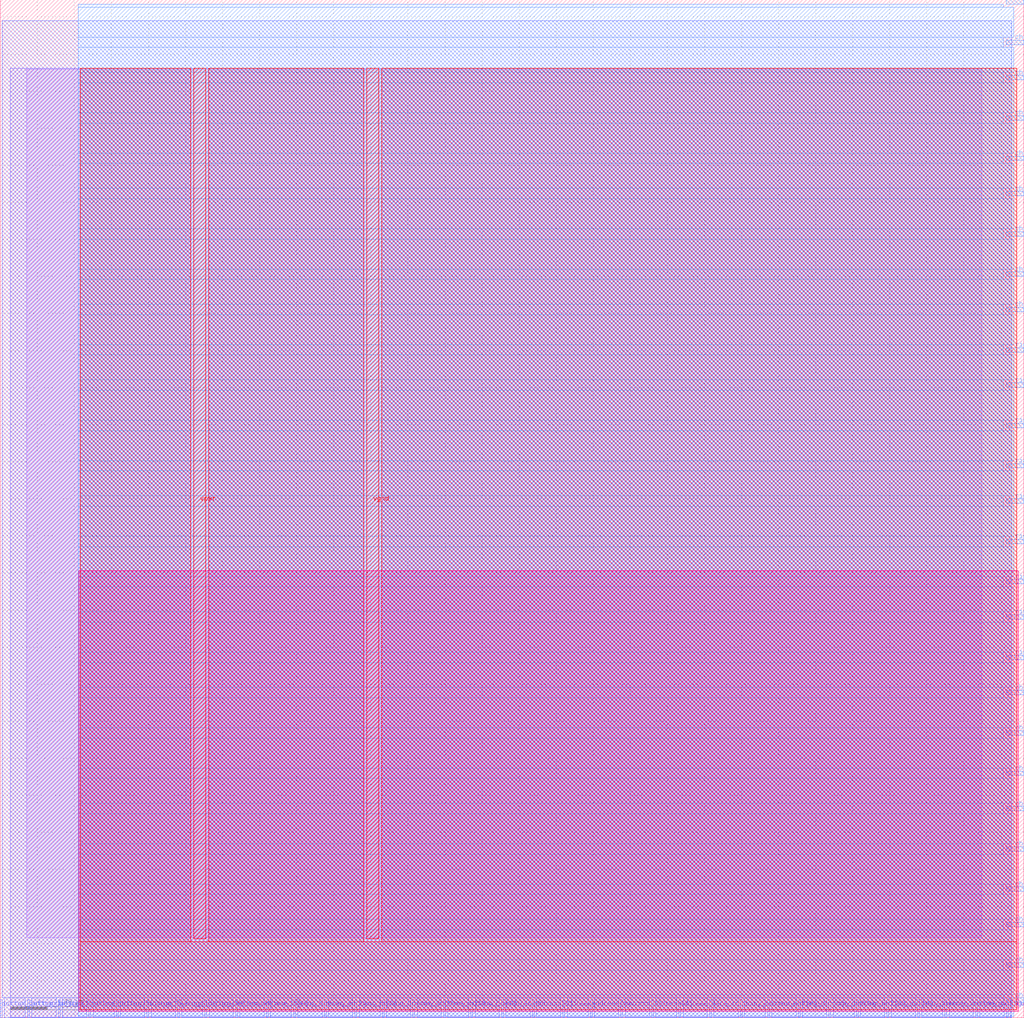
<source format=lef>
VERSION 5.7 ;
  NOWIREEXTENSIONATPIN ON ;
  DIVIDERCHAR "/" ;
  BUSBITCHARS "[]" ;
MACRO sb_0__3_
  CLASS BLOCK ;
  FOREIGN sb_0__3_ ;
  ORIGIN 0.000 0.000 ;
  SIZE 138.070 BY 137.320 ;
  PIN address[0]
    DIRECTION INPUT ;
    PORT
      LAYER met2 ;
        RECT 71.760 0.000 72.040 2.400 ;
    END
  END address[0]
  PIN address[1]
    DIRECTION INPUT ;
    PORT
      LAYER met2 ;
        RECT 75.900 0.000 76.180 2.400 ;
    END
  END address[1]
  PIN address[2]
    DIRECTION INPUT ;
    PORT
      LAYER met2 ;
        RECT 79.580 0.000 79.860 2.400 ;
    END
  END address[2]
  PIN address[3]
    DIRECTION INPUT ;
    PORT
      LAYER met2 ;
        RECT 83.720 0.000 84.000 2.400 ;
    END
  END address[3]
  PIN address[4]
    DIRECTION INPUT ;
    PORT
      LAYER met2 ;
        RECT 87.860 0.000 88.140 2.400 ;
    END
  END address[4]
  PIN address[5]
    DIRECTION INPUT ;
    PORT
      LAYER met2 ;
        RECT 91.540 0.000 91.820 2.400 ;
    END
  END address[5]
  PIN bottom_left_grid_pin_11_
    DIRECTION INPUT ;
    PORT
      LAYER met2 ;
        RECT 19.780 0.000 20.060 2.400 ;
    END
  END bottom_left_grid_pin_11_
  PIN bottom_left_grid_pin_13_
    DIRECTION INPUT ;
    PORT
      LAYER met2 ;
        RECT 23.920 0.000 24.200 2.400 ;
    END
  END bottom_left_grid_pin_13_
  PIN bottom_left_grid_pin_15_
    DIRECTION INPUT ;
    PORT
      LAYER met2 ;
        RECT 27.600 0.000 27.880 2.400 ;
    END
  END bottom_left_grid_pin_15_
  PIN bottom_left_grid_pin_1_
    DIRECTION INPUT ;
    PORT
      LAYER met2 ;
        RECT 0.000 0.000 0.280 2.400 ;
    END
  END bottom_left_grid_pin_1_
  PIN bottom_left_grid_pin_3_
    DIRECTION INPUT ;
    PORT
      LAYER met2 ;
        RECT 3.680 0.000 3.960 2.400 ;
    END
  END bottom_left_grid_pin_3_
  PIN bottom_left_grid_pin_5_
    DIRECTION INPUT ;
    PORT
      LAYER met2 ;
        RECT 7.820 0.000 8.100 2.400 ;
    END
  END bottom_left_grid_pin_5_
  PIN bottom_left_grid_pin_7_
    DIRECTION INPUT ;
    PORT
      LAYER met2 ;
        RECT 11.960 0.000 12.240 2.400 ;
    END
  END bottom_left_grid_pin_7_
  PIN bottom_left_grid_pin_9_
    DIRECTION INPUT ;
    PORT
      LAYER met2 ;
        RECT 15.640 0.000 15.920 2.400 ;
    END
  END bottom_left_grid_pin_9_
  PIN bottom_right_grid_pin_11_
    DIRECTION INPUT ;
    PORT
      LAYER met2 ;
        RECT 135.700 0.000 135.980 2.400 ;
    END
  END bottom_right_grid_pin_11_
  PIN chanx_right_in[0]
    DIRECTION INPUT ;
    PORT
      LAYER met3 ;
        RECT 135.670 2.080 138.070 2.680 ;
    END
  END chanx_right_in[0]
  PIN chanx_right_in[1]
    DIRECTION INPUT ;
    PORT
      LAYER met3 ;
        RECT 135.670 6.840 138.070 7.440 ;
    END
  END chanx_right_in[1]
  PIN chanx_right_in[2]
    DIRECTION INPUT ;
    PORT
      LAYER met3 ;
        RECT 135.670 12.280 138.070 12.880 ;
    END
  END chanx_right_in[2]
  PIN chanx_right_in[3]
    DIRECTION INPUT ;
    PORT
      LAYER met3 ;
        RECT 135.670 17.040 138.070 17.640 ;
    END
  END chanx_right_in[3]
  PIN chanx_right_in[4]
    DIRECTION INPUT ;
    PORT
      LAYER met3 ;
        RECT 135.670 22.480 138.070 23.080 ;
    END
  END chanx_right_in[4]
  PIN chanx_right_in[5]
    DIRECTION INPUT ;
    PORT
      LAYER met3 ;
        RECT 135.670 27.920 138.070 28.520 ;
    END
  END chanx_right_in[5]
  PIN chanx_right_in[6]
    DIRECTION INPUT ;
    PORT
      LAYER met3 ;
        RECT 135.670 32.680 138.070 33.280 ;
    END
  END chanx_right_in[6]
  PIN chanx_right_in[7]
    DIRECTION INPUT ;
    PORT
      LAYER met3 ;
        RECT 135.670 38.120 138.070 38.720 ;
    END
  END chanx_right_in[7]
  PIN chanx_right_in[8]
    DIRECTION INPUT ;
    PORT
      LAYER met3 ;
        RECT 135.670 43.560 138.070 44.160 ;
    END
  END chanx_right_in[8]
  PIN chanx_right_out[0]
    DIRECTION OUTPUT TRISTATE ;
    PORT
      LAYER met3 ;
        RECT 135.670 95.240 138.070 95.840 ;
    END
  END chanx_right_out[0]
  PIN chanx_right_out[1]
    DIRECTION OUTPUT TRISTATE ;
    PORT
      LAYER met3 ;
        RECT 135.670 100.000 138.070 100.600 ;
    END
  END chanx_right_out[1]
  PIN chanx_right_out[2]
    DIRECTION OUTPUT TRISTATE ;
    PORT
      LAYER met3 ;
        RECT 135.670 105.440 138.070 106.040 ;
    END
  END chanx_right_out[2]
  PIN chanx_right_out[3]
    DIRECTION OUTPUT TRISTATE ;
    PORT
      LAYER met3 ;
        RECT 135.670 110.880 138.070 111.480 ;
    END
  END chanx_right_out[3]
  PIN chanx_right_out[4]
    DIRECTION OUTPUT TRISTATE ;
    PORT
      LAYER met3 ;
        RECT 135.670 115.640 138.070 116.240 ;
    END
  END chanx_right_out[4]
  PIN chanx_right_out[5]
    DIRECTION OUTPUT TRISTATE ;
    PORT
      LAYER met3 ;
        RECT 135.670 121.080 138.070 121.680 ;
    END
  END chanx_right_out[5]
  PIN chanx_right_out[6]
    DIRECTION OUTPUT TRISTATE ;
    PORT
      LAYER met3 ;
        RECT 135.670 126.520 138.070 127.120 ;
    END
  END chanx_right_out[6]
  PIN chanx_right_out[7]
    DIRECTION OUTPUT TRISTATE ;
    PORT
      LAYER met3 ;
        RECT 135.670 131.280 138.070 131.880 ;
    END
  END chanx_right_out[7]
  PIN chanx_right_out[8]
    DIRECTION OUTPUT TRISTATE ;
    PORT
      LAYER met3 ;
        RECT 135.670 136.720 138.070 137.320 ;
    END
  END chanx_right_out[8]
  PIN chany_bottom_in[0]
    DIRECTION INPUT ;
    PORT
      LAYER met2 ;
        RECT 31.740 0.000 32.020 2.400 ;
    END
  END chany_bottom_in[0]
  PIN chany_bottom_in[1]
    DIRECTION INPUT ;
    PORT
      LAYER met2 ;
        RECT 35.880 0.000 36.160 2.400 ;
    END
  END chany_bottom_in[1]
  PIN chany_bottom_in[2]
    DIRECTION INPUT ;
    PORT
      LAYER met2 ;
        RECT 39.560 0.000 39.840 2.400 ;
    END
  END chany_bottom_in[2]
  PIN chany_bottom_in[3]
    DIRECTION INPUT ;
    PORT
      LAYER met2 ;
        RECT 43.700 0.000 43.980 2.400 ;
    END
  END chany_bottom_in[3]
  PIN chany_bottom_in[4]
    DIRECTION INPUT ;
    PORT
      LAYER met2 ;
        RECT 47.840 0.000 48.120 2.400 ;
    END
  END chany_bottom_in[4]
  PIN chany_bottom_in[5]
    DIRECTION INPUT ;
    PORT
      LAYER met2 ;
        RECT 51.520 0.000 51.800 2.400 ;
    END
  END chany_bottom_in[5]
  PIN chany_bottom_in[6]
    DIRECTION INPUT ;
    PORT
      LAYER met2 ;
        RECT 55.660 0.000 55.940 2.400 ;
    END
  END chany_bottom_in[6]
  PIN chany_bottom_in[7]
    DIRECTION INPUT ;
    PORT
      LAYER met2 ;
        RECT 59.800 0.000 60.080 2.400 ;
    END
  END chany_bottom_in[7]
  PIN chany_bottom_in[8]
    DIRECTION INPUT ;
    PORT
      LAYER met2 ;
        RECT 63.480 0.000 63.760 2.400 ;
    END
  END chany_bottom_in[8]
  PIN chany_bottom_out[0]
    DIRECTION OUTPUT TRISTATE ;
    PORT
      LAYER met2 ;
        RECT 99.820 0.000 100.100 2.400 ;
    END
  END chany_bottom_out[0]
  PIN chany_bottom_out[1]
    DIRECTION OUTPUT TRISTATE ;
    PORT
      LAYER met2 ;
        RECT 103.500 0.000 103.780 2.400 ;
    END
  END chany_bottom_out[1]
  PIN chany_bottom_out[2]
    DIRECTION OUTPUT TRISTATE ;
    PORT
      LAYER met2 ;
        RECT 107.640 0.000 107.920 2.400 ;
    END
  END chany_bottom_out[2]
  PIN chany_bottom_out[3]
    DIRECTION OUTPUT TRISTATE ;
    PORT
      LAYER met2 ;
        RECT 111.780 0.000 112.060 2.400 ;
    END
  END chany_bottom_out[3]
  PIN chany_bottom_out[4]
    DIRECTION OUTPUT TRISTATE ;
    PORT
      LAYER met2 ;
        RECT 115.460 0.000 115.740 2.400 ;
    END
  END chany_bottom_out[4]
  PIN chany_bottom_out[5]
    DIRECTION OUTPUT TRISTATE ;
    PORT
      LAYER met2 ;
        RECT 119.600 0.000 119.880 2.400 ;
    END
  END chany_bottom_out[5]
  PIN chany_bottom_out[6]
    DIRECTION OUTPUT TRISTATE ;
    PORT
      LAYER met2 ;
        RECT 123.740 0.000 124.020 2.400 ;
    END
  END chany_bottom_out[6]
  PIN chany_bottom_out[7]
    DIRECTION OUTPUT TRISTATE ;
    PORT
      LAYER met2 ;
        RECT 127.420 0.000 127.700 2.400 ;
    END
  END chany_bottom_out[7]
  PIN chany_bottom_out[8]
    DIRECTION OUTPUT TRISTATE ;
    PORT
      LAYER met2 ;
        RECT 131.560 0.000 131.840 2.400 ;
    END
  END chany_bottom_out[8]
  PIN data_in
    DIRECTION INPUT ;
    PORT
      LAYER met2 ;
        RECT 95.680 0.000 95.960 2.400 ;
    END
  END data_in
  PIN enable
    DIRECTION INPUT ;
    PORT
      LAYER met2 ;
        RECT 67.620 0.000 67.900 2.400 ;
    END
  END enable
  PIN right_bottom_grid_pin_12_
    DIRECTION INPUT ;
    PORT
      LAYER met3 ;
        RECT 135.670 89.800 138.070 90.400 ;
    END
  END right_bottom_grid_pin_12_
  PIN right_top_grid_pin_11_
    DIRECTION INPUT ;
    PORT
      LAYER met3 ;
        RECT 135.670 74.160 138.070 74.760 ;
    END
  END right_top_grid_pin_11_
  PIN right_top_grid_pin_13_
    DIRECTION INPUT ;
    PORT
      LAYER met3 ;
        RECT 135.670 79.600 138.070 80.200 ;
    END
  END right_top_grid_pin_13_
  PIN right_top_grid_pin_15_
    DIRECTION INPUT ;
    PORT
      LAYER met3 ;
        RECT 135.670 85.040 138.070 85.640 ;
    END
  END right_top_grid_pin_15_
  PIN right_top_grid_pin_1_
    DIRECTION INPUT ;
    PORT
      LAYER met3 ;
        RECT 135.670 48.320 138.070 48.920 ;
    END
  END right_top_grid_pin_1_
  PIN right_top_grid_pin_3_
    DIRECTION INPUT ;
    PORT
      LAYER met3 ;
        RECT 135.670 53.760 138.070 54.360 ;
    END
  END right_top_grid_pin_3_
  PIN right_top_grid_pin_5_
    DIRECTION INPUT ;
    PORT
      LAYER met3 ;
        RECT 135.670 58.520 138.070 59.120 ;
    END
  END right_top_grid_pin_5_
  PIN right_top_grid_pin_7_
    DIRECTION INPUT ;
    PORT
      LAYER met3 ;
        RECT 135.670 63.960 138.070 64.560 ;
    END
  END right_top_grid_pin_7_
  PIN right_top_grid_pin_9_
    DIRECTION INPUT ;
    PORT
      LAYER met3 ;
        RECT 135.670 69.400 138.070 70.000 ;
    END
  END right_top_grid_pin_9_
  PIN vpwr
    DIRECTION INPUT ;
    PORT
      LAYER met4 ;
        RECT 26.125 10.640 27.725 128.080 ;
    END
  END vpwr
  PIN vgnd
    DIRECTION INPUT ;
    PORT
      LAYER met4 ;
        RECT 49.455 10.640 51.055 128.080 ;
    END
  END vgnd
  OBS
      LAYER li1 ;
        RECT 3.590 10.795 132.390 127.925 ;
      LAYER met1 ;
        RECT 1.360 0.040 136.460 128.080 ;
      LAYER met2 ;
        RECT 0.280 2.680 136.440 134.485 ;
        RECT 0.560 0.010 3.400 2.680 ;
        RECT 4.240 0.010 7.540 2.680 ;
        RECT 8.380 0.010 11.680 2.680 ;
        RECT 12.520 0.010 15.360 2.680 ;
        RECT 16.200 0.010 19.500 2.680 ;
        RECT 20.340 0.010 23.640 2.680 ;
        RECT 24.480 0.010 27.320 2.680 ;
        RECT 28.160 0.010 31.460 2.680 ;
        RECT 32.300 0.010 35.600 2.680 ;
        RECT 36.440 0.010 39.280 2.680 ;
        RECT 40.120 0.010 43.420 2.680 ;
        RECT 44.260 0.010 47.560 2.680 ;
        RECT 48.400 0.010 51.240 2.680 ;
        RECT 52.080 0.010 55.380 2.680 ;
        RECT 56.220 0.010 59.520 2.680 ;
        RECT 60.360 0.010 63.200 2.680 ;
        RECT 64.040 0.010 67.340 2.680 ;
        RECT 68.180 0.010 71.480 2.680 ;
        RECT 72.320 0.010 75.620 2.680 ;
        RECT 76.460 0.010 79.300 2.680 ;
        RECT 80.140 0.010 83.440 2.680 ;
        RECT 84.280 0.010 87.580 2.680 ;
        RECT 88.420 0.010 91.260 2.680 ;
        RECT 92.100 0.010 95.400 2.680 ;
        RECT 96.240 0.010 99.540 2.680 ;
        RECT 100.380 0.010 103.220 2.680 ;
        RECT 104.060 0.010 107.360 2.680 ;
        RECT 108.200 0.010 111.500 2.680 ;
        RECT 112.340 0.010 115.180 2.680 ;
        RECT 116.020 0.010 119.320 2.680 ;
        RECT 120.160 0.010 123.460 2.680 ;
        RECT 124.300 0.010 127.140 2.680 ;
        RECT 127.980 0.010 131.280 2.680 ;
        RECT 132.120 0.010 135.420 2.680 ;
        RECT 136.260 0.010 136.440 2.680 ;
      LAYER met3 ;
        RECT 10.555 136.320 135.270 136.720 ;
        RECT 10.555 132.280 136.720 136.320 ;
        RECT 10.555 130.880 135.270 132.280 ;
        RECT 10.555 127.520 136.720 130.880 ;
        RECT 10.555 126.120 135.270 127.520 ;
        RECT 10.555 122.080 136.720 126.120 ;
        RECT 10.555 120.680 135.270 122.080 ;
        RECT 10.555 116.640 136.720 120.680 ;
        RECT 10.555 115.240 135.270 116.640 ;
        RECT 10.555 111.880 136.720 115.240 ;
        RECT 10.555 110.480 135.270 111.880 ;
        RECT 10.555 106.440 136.720 110.480 ;
        RECT 10.555 105.040 135.270 106.440 ;
        RECT 10.555 101.000 136.720 105.040 ;
        RECT 10.555 99.600 135.270 101.000 ;
        RECT 10.555 96.240 136.720 99.600 ;
        RECT 10.555 94.840 135.270 96.240 ;
        RECT 10.555 90.800 136.720 94.840 ;
        RECT 10.555 89.400 135.270 90.800 ;
        RECT 10.555 86.040 136.720 89.400 ;
        RECT 10.555 84.640 135.270 86.040 ;
        RECT 10.555 80.600 136.720 84.640 ;
        RECT 10.555 79.200 135.270 80.600 ;
        RECT 10.555 75.160 136.720 79.200 ;
        RECT 10.555 73.760 135.270 75.160 ;
        RECT 10.555 70.400 136.720 73.760 ;
        RECT 10.555 69.000 135.270 70.400 ;
        RECT 10.555 64.960 136.720 69.000 ;
        RECT 10.555 63.560 135.270 64.960 ;
        RECT 10.555 59.520 136.720 63.560 ;
        RECT 10.555 58.120 135.270 59.520 ;
        RECT 10.555 54.760 136.720 58.120 ;
        RECT 10.555 53.360 135.270 54.760 ;
        RECT 10.555 49.320 136.720 53.360 ;
        RECT 10.555 47.920 135.270 49.320 ;
        RECT 10.555 44.560 136.720 47.920 ;
        RECT 10.555 43.160 135.270 44.560 ;
        RECT 10.555 39.120 136.720 43.160 ;
        RECT 10.555 37.720 135.270 39.120 ;
        RECT 10.555 33.680 136.720 37.720 ;
        RECT 10.555 32.280 135.270 33.680 ;
        RECT 10.555 28.920 136.720 32.280 ;
        RECT 10.555 27.520 135.270 28.920 ;
        RECT 10.555 23.480 136.720 27.520 ;
        RECT 10.555 22.080 135.270 23.480 ;
        RECT 10.555 18.040 136.720 22.080 ;
        RECT 10.555 16.640 135.270 18.040 ;
        RECT 10.555 13.280 136.720 16.640 ;
        RECT 10.555 11.880 135.270 13.280 ;
        RECT 10.555 7.840 136.720 11.880 ;
        RECT 10.555 6.440 135.270 7.840 ;
        RECT 10.555 3.080 136.720 6.440 ;
        RECT 10.555 1.680 135.270 3.080 ;
        RECT 10.555 0.175 136.720 1.680 ;
      LAYER met4 ;
        RECT 10.820 10.240 25.725 128.080 ;
        RECT 28.125 10.240 49.055 128.080 ;
        RECT 51.455 10.240 137.120 128.080 ;
        RECT 10.820 1.110 137.120 10.240 ;
      LAYER met5 ;
        RECT 10.610 0.900 137.330 60.300 ;
  END
END sb_0__3_
END LIBRARY


</source>
